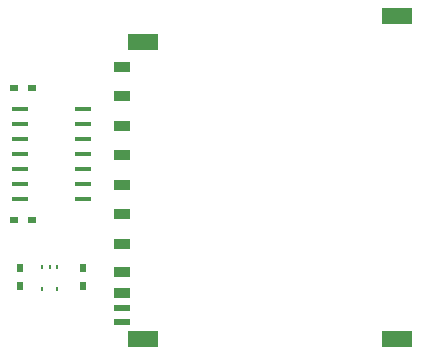
<source format=gtp>
%TF.GenerationSoftware,KiCad,Pcbnew,4.0.4+e1-6308~48~ubuntu16.04.1-stable*%
%TF.CreationDate,2017-01-04T17:26:24-08:00*%
%TF.ProjectId,sd-full-2041021-4-breakout,73642D66756C6C2D323034313032312D,v1.0*%
%TF.FileFunction,Paste,Top*%
%FSLAX46Y46*%
G04 Gerber Fmt 4.6, Leading zero omitted, Abs format (unit mm)*
G04 Created by KiCad (PCBNEW 4.0.4+e1-6308~48~ubuntu16.04.1-stable) date Wed Jan  4 17:26:24 2017*
%MOMM*%
%LPD*%
G01*
G04 APERTURE LIST*
%ADD10C,0.350000*%
%ADD11R,0.597600X0.647600*%
%ADD12R,0.647600X0.597600*%
%ADD13R,1.347600X0.847600*%
%ADD14R,1.347600X0.547600*%
%ADD15R,2.647600X1.347600*%
%ADD16R,0.267600X0.447600*%
%ADD17R,1.347600X0.447600*%
G04 APERTURE END LIST*
D10*
D11*
X107442000Y-85852000D03*
X107442000Y-87352000D03*
D12*
X106958000Y-81788000D03*
X108458000Y-81788000D03*
X106958000Y-70612000D03*
X108458000Y-70612000D03*
D11*
X112776000Y-87364000D03*
X112776000Y-85864000D03*
D13*
X116072000Y-71287000D03*
X116072000Y-73787000D03*
X116072000Y-76287000D03*
X116072000Y-78787000D03*
X116072000Y-81287000D03*
X116072000Y-83787000D03*
X116072000Y-86217000D03*
X116072000Y-87917000D03*
X116072000Y-68787000D03*
D14*
X116072000Y-89217000D03*
X116072000Y-90417000D03*
D15*
X117872000Y-66712000D03*
X139372000Y-64512000D03*
X139372000Y-91812000D03*
X117872000Y-91812000D03*
D16*
X110632000Y-85730000D03*
X109332000Y-85730000D03*
X110632000Y-87630000D03*
X109982000Y-85730000D03*
X109332000Y-87630000D03*
D17*
X112842000Y-80010000D03*
X112842000Y-78740000D03*
X112842000Y-77470000D03*
X112842000Y-76200000D03*
X112842000Y-74930000D03*
X112842000Y-73660000D03*
X112842000Y-72390000D03*
X107442000Y-72390000D03*
X107442000Y-73660000D03*
X107442000Y-74930000D03*
X107442000Y-76200000D03*
X107442000Y-77470000D03*
X107442000Y-78740000D03*
X107442000Y-80010000D03*
M02*

</source>
